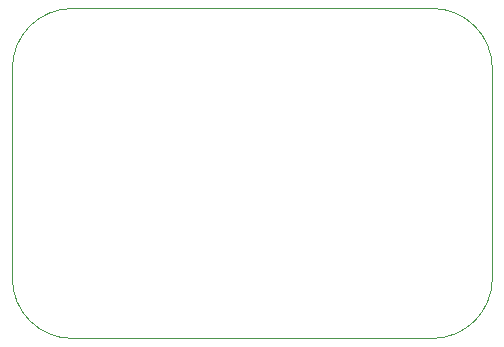
<source format=gbr>
%TF.GenerationSoftware,KiCad,Pcbnew,9.0.1*%
%TF.CreationDate,2025-10-11T20:40:45-04:00*%
%TF.ProjectId,Week05_HTMAA,5765656b-3035-45f4-9854-4d41412e6b69,rev?*%
%TF.SameCoordinates,Original*%
%TF.FileFunction,Profile,NP*%
%FSLAX46Y46*%
G04 Gerber Fmt 4.6, Leading zero omitted, Abs format (unit mm)*
G04 Created by KiCad (PCBNEW 9.0.1) date 2025-10-11 20:40:45*
%MOMM*%
%LPD*%
G01*
G04 APERTURE LIST*
%TA.AperFunction,Profile*%
%ADD10C,0.050000*%
%TD*%
G04 APERTURE END LIST*
D10*
X119380000Y-68580000D02*
X149860000Y-68580000D01*
X119380000Y-96520000D02*
G75*
G02*
X114300000Y-91440000I0J5080000D01*
G01*
X114300000Y-73660000D02*
G75*
G02*
X119380000Y-68580000I5080000J0D01*
G01*
X154940000Y-91440000D02*
G75*
G02*
X149860000Y-96520000I-5080000J0D01*
G01*
X149860000Y-68580000D02*
G75*
G02*
X154940000Y-73660000I0J-5080000D01*
G01*
X154940000Y-73660000D02*
X154940000Y-91440000D01*
X114300000Y-91440000D02*
X114300000Y-73660000D01*
X149860000Y-96520000D02*
X119380000Y-96520000D01*
M02*

</source>
